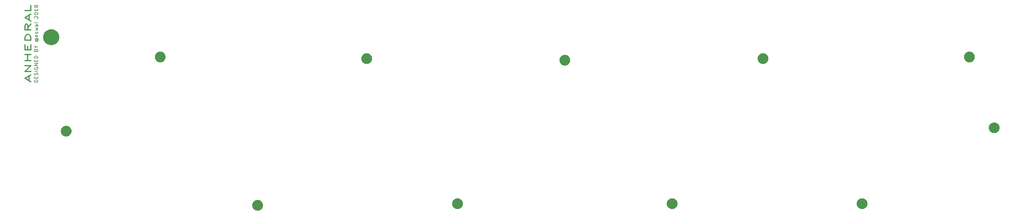
<source format=gts>
G04 #@! TF.GenerationSoftware,KiCad,Pcbnew,(6.0.0-rc1-dev-1215-g431bdc7a3)*
G04 #@! TF.CreationDate,2018-12-02T19:35:57+01:00*
G04 #@! TF.ProjectId,wave,77617665-2e6b-4696-9361-645f70636258,rev?*
G04 #@! TF.SameCoordinates,Original*
G04 #@! TF.FileFunction,Soldermask,Top*
G04 #@! TF.FilePolarity,Negative*
%FSLAX46Y46*%
G04 Gerber Fmt 4.6, Leading zero omitted, Abs format (unit mm)*
G04 Created by KiCad (PCBNEW (6.0.0-rc1-dev-1215-g431bdc7a3)) date 2018 December 02, Sunday 19:35:57*
%MOMM*%
%LPD*%
G01*
G04 APERTURE LIST*
%ADD10C,0.150000*%
%ADD11C,0.300000*%
%ADD12C,0.100000*%
G04 APERTURE END LIST*
D10*
X1247440Y53245548D02*
X247440Y53245548D01*
X247440Y53507453D01*
X295059Y53664596D01*
X390298Y53769358D01*
X485536Y53821739D01*
X676012Y53874120D01*
X818869Y53874120D01*
X1009345Y53821739D01*
X1104583Y53769358D01*
X1199821Y53664596D01*
X1247440Y53507453D01*
X1247440Y53245548D01*
X723631Y54345548D02*
X723631Y54712215D01*
X1247440Y54869358D02*
X1247440Y54345548D01*
X247440Y54345548D01*
X247440Y54869358D01*
X1199821Y55288405D02*
X1247440Y55445548D01*
X1247440Y55707453D01*
X1199821Y55812215D01*
X1152202Y55864596D01*
X1056964Y55916977D01*
X961726Y55916977D01*
X866488Y55864596D01*
X818869Y55812215D01*
X771250Y55707453D01*
X723631Y55497929D01*
X676012Y55393167D01*
X628393Y55340786D01*
X533155Y55288405D01*
X437917Y55288405D01*
X342679Y55340786D01*
X295059Y55393167D01*
X247440Y55497929D01*
X247440Y55759834D01*
X295059Y55916977D01*
X1247440Y56388405D02*
X247440Y56388405D01*
X295059Y57488405D02*
X247440Y57383643D01*
X247440Y57226500D01*
X295059Y57069358D01*
X390298Y56964596D01*
X485536Y56912215D01*
X676012Y56859834D01*
X818869Y56859834D01*
X1009345Y56912215D01*
X1104583Y56964596D01*
X1199821Y57069358D01*
X1247440Y57226500D01*
X1247440Y57331262D01*
X1199821Y57488405D01*
X1152202Y57540786D01*
X818869Y57540786D01*
X818869Y57331262D01*
X1247440Y58012215D02*
X247440Y58012215D01*
X1247440Y58640786D01*
X247440Y58640786D01*
X723631Y59164596D02*
X723631Y59531262D01*
X1247440Y59688405D02*
X1247440Y59164596D01*
X247440Y59164596D01*
X247440Y59688405D01*
X1247440Y60159834D02*
X247440Y60159834D01*
X247440Y60421739D01*
X295059Y60578881D01*
X390298Y60683643D01*
X485536Y60736024D01*
X676012Y60788405D01*
X818869Y60788405D01*
X1009345Y60736024D01*
X1104583Y60683643D01*
X1199821Y60578881D01*
X1247440Y60421739D01*
X1247440Y60159834D01*
X723631Y62464596D02*
X771250Y62621739D01*
X818869Y62674120D01*
X914107Y62726500D01*
X1056964Y62726500D01*
X1152202Y62674120D01*
X1199821Y62621739D01*
X1247440Y62516977D01*
X1247440Y62097929D01*
X247440Y62097929D01*
X247440Y62464596D01*
X295059Y62569358D01*
X342679Y62621739D01*
X437917Y62674120D01*
X533155Y62674120D01*
X628393Y62621739D01*
X676012Y62569358D01*
X723631Y62464596D01*
X723631Y62097929D01*
X771250Y63407453D02*
X1247440Y63407453D01*
X247440Y63040786D02*
X771250Y63407453D01*
X247440Y63774120D01*
X771250Y65659834D02*
X723631Y65607453D01*
X676012Y65502691D01*
X676012Y65397929D01*
X723631Y65293167D01*
X771250Y65240786D01*
X866488Y65188405D01*
X961726Y65188405D01*
X1056964Y65240786D01*
X1104583Y65293167D01*
X1152202Y65397929D01*
X1152202Y65502691D01*
X1104583Y65607453D01*
X1056964Y65659834D01*
X676012Y65659834D02*
X1056964Y65659834D01*
X1104583Y65712215D01*
X1104583Y65764596D01*
X1056964Y65869358D01*
X961726Y65921739D01*
X723631Y65921739D01*
X580774Y65816977D01*
X485536Y65659834D01*
X437917Y65450310D01*
X485536Y65240786D01*
X580774Y65083643D01*
X723631Y64978881D01*
X914107Y64926500D01*
X1104583Y64978881D01*
X1247440Y65083643D01*
X1342679Y65240786D01*
X1390298Y65450310D01*
X1342679Y65659834D01*
X1247440Y65816977D01*
X1199821Y66812215D02*
X1247440Y66707453D01*
X1247440Y66497929D01*
X1199821Y66393167D01*
X1104583Y66340786D01*
X723631Y66340786D01*
X628393Y66393167D01*
X580774Y66497929D01*
X580774Y66707453D01*
X628393Y66812215D01*
X723631Y66864596D01*
X818869Y66864596D01*
X914107Y66340786D01*
X1199821Y67283643D02*
X1247440Y67388405D01*
X1247440Y67597929D01*
X1199821Y67702691D01*
X1104583Y67755072D01*
X1056964Y67755072D01*
X961726Y67702691D01*
X914107Y67597929D01*
X914107Y67440786D01*
X866488Y67336024D01*
X771250Y67283643D01*
X723631Y67283643D01*
X628393Y67336024D01*
X580774Y67440786D01*
X580774Y67597929D01*
X628393Y67702691D01*
X580774Y68121739D02*
X1247440Y68331262D01*
X771250Y68540786D01*
X1247440Y68750310D01*
X580774Y68959834D01*
X1247440Y69850310D02*
X723631Y69850310D01*
X628393Y69797929D01*
X580774Y69693167D01*
X580774Y69483643D01*
X628393Y69378881D01*
X1199821Y69850310D02*
X1247440Y69745548D01*
X1247440Y69483643D01*
X1199821Y69378881D01*
X1104583Y69326500D01*
X1009345Y69326500D01*
X914107Y69378881D01*
X866488Y69483643D01*
X866488Y69745548D01*
X818869Y69850310D01*
X1247440Y70374120D02*
X580774Y70374120D01*
X247440Y70374120D02*
X295060Y70321739D01*
X342679Y70374120D01*
X295060Y70426500D01*
X247440Y70374120D01*
X342679Y70374120D01*
X342679Y71683643D02*
X295060Y71736024D01*
X247440Y71840786D01*
X247440Y72102691D01*
X295060Y72207453D01*
X342679Y72259834D01*
X437917Y72312215D01*
X533155Y72312215D01*
X676012Y72259834D01*
X1247440Y71631262D01*
X1247440Y72312215D01*
X247440Y72993167D02*
X247440Y73097929D01*
X295060Y73202691D01*
X342679Y73255072D01*
X437917Y73307453D01*
X628393Y73359834D01*
X866488Y73359834D01*
X1056964Y73307453D01*
X1152202Y73255072D01*
X1199821Y73202691D01*
X1247440Y73097929D01*
X1247440Y72993167D01*
X1199821Y72888405D01*
X1152202Y72836024D01*
X1056964Y72783643D01*
X866488Y72731262D01*
X628393Y72731262D01*
X437917Y72783643D01*
X342679Y72836024D01*
X295060Y72888405D01*
X247440Y72993167D01*
X1247440Y74407453D02*
X1247440Y73778881D01*
X1247440Y74093167D02*
X247440Y74093167D01*
X390298Y73988405D01*
X485536Y73883643D01*
X533155Y73778881D01*
X676012Y75036024D02*
X628393Y74931262D01*
X580774Y74878881D01*
X485536Y74826500D01*
X437917Y74826500D01*
X342679Y74878881D01*
X295060Y74931262D01*
X247440Y75036024D01*
X247440Y75245548D01*
X295060Y75350310D01*
X342679Y75402691D01*
X437917Y75455072D01*
X485536Y75455072D01*
X580774Y75402691D01*
X628393Y75350310D01*
X676012Y75245548D01*
X676012Y75036024D01*
X723631Y74931262D01*
X771250Y74878881D01*
X866488Y74826500D01*
X1056964Y74826500D01*
X1152202Y74878881D01*
X1199821Y74931262D01*
X1247440Y75036024D01*
X1247440Y75245548D01*
X1199821Y75350310D01*
X1152202Y75402691D01*
X1056964Y75455072D01*
X866488Y75455072D01*
X771250Y75402691D01*
X723631Y75350310D01*
X676012Y75245548D01*
D11*
X-1302856Y53609834D02*
X-1302856Y55038405D01*
X-817142Y53324120D02*
X-2517142Y54324120D01*
X-817142Y55324120D01*
X-817142Y56324120D02*
X-2517142Y56324120D01*
X-817142Y58038405D01*
X-2517142Y58038405D01*
X-817142Y59466977D02*
X-2517142Y59466977D01*
X-1707618Y59466977D02*
X-1707618Y61181262D01*
X-817142Y61181262D02*
X-2517142Y61181262D01*
X-1707618Y62609834D02*
X-1707618Y63609834D01*
X-817142Y64038405D02*
X-817142Y62609834D01*
X-2517142Y62609834D01*
X-2517142Y64038405D01*
X-817142Y65324120D02*
X-2517142Y65324120D01*
X-2517142Y66038405D01*
X-2436190Y66466977D01*
X-2274285Y66752691D01*
X-2112380Y66895548D01*
X-1788570Y67038405D01*
X-1545713Y67038405D01*
X-1221904Y66895548D01*
X-1059999Y66752691D01*
X-898094Y66466977D01*
X-817142Y66038405D01*
X-817142Y65324120D01*
X-817142Y70038405D02*
X-1626666Y69038405D01*
X-817142Y68324120D02*
X-2517142Y68324120D01*
X-2517142Y69466977D01*
X-2436189Y69752691D01*
X-2355237Y69895548D01*
X-2193332Y70038405D01*
X-1950475Y70038405D01*
X-1788570Y69895548D01*
X-1707618Y69752691D01*
X-1626666Y69466977D01*
X-1626666Y68324120D01*
X-1302856Y71181262D02*
X-1302856Y72609834D01*
X-817142Y70895548D02*
X-2517142Y71895548D01*
X-817142Y72895548D01*
X-817142Y75324120D02*
X-817142Y73895548D01*
X-2517142Y73895548D01*
D12*
G36*
X64965087Y19162884D02*
X65064970Y19143016D01*
X65347234Y19026099D01*
X65601265Y18856361D01*
X65817301Y18640325D01*
X65987039Y18386294D01*
X66103956Y18104030D01*
X66163560Y17804380D01*
X66163560Y17498860D01*
X66103956Y17199210D01*
X65987039Y16916946D01*
X65817301Y16662915D01*
X65601265Y16446879D01*
X65347234Y16277141D01*
X65064970Y16160224D01*
X64965087Y16140356D01*
X64765322Y16100620D01*
X64459798Y16100620D01*
X64260033Y16140356D01*
X64160150Y16160224D01*
X63877886Y16277141D01*
X63623855Y16446879D01*
X63407819Y16662915D01*
X63238081Y16916946D01*
X63121164Y17199210D01*
X63061560Y17498860D01*
X63061560Y17804380D01*
X63121164Y18104030D01*
X63238081Y18386294D01*
X63407819Y18640325D01*
X63623855Y18856361D01*
X63877886Y19026099D01*
X64160150Y19143016D01*
X64260033Y19162884D01*
X64459798Y19202620D01*
X64765322Y19202620D01*
X64965087Y19162884D01*
X64965087Y19162884D01*
G37*
G36*
X239272587Y19639134D02*
X239372470Y19619266D01*
X239654734Y19502349D01*
X239908765Y19332611D01*
X240124801Y19116575D01*
X240294539Y18862544D01*
X240411456Y18580280D01*
X240471060Y18280630D01*
X240471060Y17975110D01*
X240411456Y17675460D01*
X240294539Y17393196D01*
X240124801Y17139165D01*
X239908765Y16923129D01*
X239654734Y16753391D01*
X239372470Y16636474D01*
X239272587Y16616606D01*
X239072822Y16576870D01*
X238767298Y16576870D01*
X238567533Y16616606D01*
X238467650Y16636474D01*
X238185386Y16753391D01*
X237931355Y16923129D01*
X237715319Y17139165D01*
X237545581Y17393196D01*
X237428664Y17675460D01*
X237369060Y17975110D01*
X237369060Y18280630D01*
X237428664Y18580280D01*
X237545581Y18862544D01*
X237715319Y19116575D01*
X237931355Y19332611D01*
X238185386Y19502349D01*
X238467650Y19619266D01*
X238567533Y19639134D01*
X238767298Y19678870D01*
X239072822Y19678870D01*
X239272587Y19639134D01*
X239272587Y19639134D01*
G37*
G36*
X184503837Y19639134D02*
X184603720Y19619266D01*
X184885984Y19502349D01*
X185140015Y19332611D01*
X185356051Y19116575D01*
X185525789Y18862544D01*
X185642706Y18580280D01*
X185702310Y18280630D01*
X185702310Y17975110D01*
X185642706Y17675460D01*
X185525789Y17393196D01*
X185356051Y17139165D01*
X185140015Y16923129D01*
X184885984Y16753391D01*
X184603720Y16636474D01*
X184503837Y16616606D01*
X184304072Y16576870D01*
X183998548Y16576870D01*
X183798783Y16616606D01*
X183698900Y16636474D01*
X183416636Y16753391D01*
X183162605Y16923129D01*
X182946569Y17139165D01*
X182776831Y17393196D01*
X182659914Y17675460D01*
X182600310Y17975110D01*
X182600310Y18280630D01*
X182659914Y18580280D01*
X182776831Y18862544D01*
X182946569Y19116575D01*
X183162605Y19332611D01*
X183416636Y19502349D01*
X183698900Y19619266D01*
X183798783Y19639134D01*
X183998548Y19678870D01*
X184304072Y19678870D01*
X184503837Y19639134D01*
X184503837Y19639134D01*
G37*
G36*
X122591337Y19639134D02*
X122691220Y19619266D01*
X122973484Y19502349D01*
X123227515Y19332611D01*
X123443551Y19116575D01*
X123613289Y18862544D01*
X123730206Y18580280D01*
X123789810Y18280630D01*
X123789810Y17975110D01*
X123730206Y17675460D01*
X123613289Y17393196D01*
X123443551Y17139165D01*
X123227515Y16923129D01*
X122973484Y16753391D01*
X122691220Y16636474D01*
X122591337Y16616606D01*
X122391572Y16576870D01*
X122086048Y16576870D01*
X121886283Y16616606D01*
X121786400Y16636474D01*
X121504136Y16753391D01*
X121250105Y16923129D01*
X121034069Y17139165D01*
X120864331Y17393196D01*
X120747414Y17675460D01*
X120687810Y17975110D01*
X120687810Y18280630D01*
X120747414Y18580280D01*
X120864331Y18862544D01*
X121034069Y19116575D01*
X121250105Y19332611D01*
X121504136Y19502349D01*
X121786400Y19619266D01*
X121886283Y19639134D01*
X122086048Y19678870D01*
X122391572Y19678870D01*
X122591337Y19639134D01*
X122591337Y19639134D01*
G37*
G36*
X9720087Y40594134D02*
X9819970Y40574266D01*
X10102234Y40457349D01*
X10356265Y40287611D01*
X10572301Y40071575D01*
X10742039Y39817544D01*
X10858956Y39535280D01*
X10918560Y39235630D01*
X10918560Y38930110D01*
X10858956Y38630460D01*
X10742039Y38348196D01*
X10572301Y38094165D01*
X10356265Y37878129D01*
X10102234Y37708391D01*
X9819970Y37591474D01*
X9720087Y37571606D01*
X9520322Y37531870D01*
X9214798Y37531870D01*
X9015033Y37571606D01*
X8915150Y37591474D01*
X8632886Y37708391D01*
X8378855Y37878129D01*
X8162819Y38094165D01*
X7993081Y38348196D01*
X7876164Y38630460D01*
X7816560Y38930110D01*
X7816560Y39235630D01*
X7876164Y39535280D01*
X7993081Y39817544D01*
X8162819Y40071575D01*
X8378855Y40287611D01*
X8632886Y40457349D01*
X8915150Y40574266D01*
X9015033Y40594134D01*
X9214798Y40633870D01*
X9520322Y40633870D01*
X9720087Y40594134D01*
X9720087Y40594134D01*
G37*
G36*
X277372587Y41546634D02*
X277472470Y41526766D01*
X277754734Y41409849D01*
X278008765Y41240111D01*
X278224801Y41024075D01*
X278394539Y40770044D01*
X278511456Y40487780D01*
X278571060Y40188130D01*
X278571060Y39882610D01*
X278511456Y39582960D01*
X278394539Y39300696D01*
X278224801Y39046665D01*
X278008765Y38830629D01*
X277754734Y38660891D01*
X277472470Y38543974D01*
X277372587Y38524106D01*
X277172822Y38484370D01*
X276867298Y38484370D01*
X276667533Y38524106D01*
X276567650Y38543974D01*
X276285386Y38660891D01*
X276031355Y38830629D01*
X275815319Y39046665D01*
X275645581Y39300696D01*
X275528664Y39582960D01*
X275469060Y39882610D01*
X275469060Y40188130D01*
X275528664Y40487780D01*
X275645581Y40770044D01*
X275815319Y41024075D01*
X276031355Y41240111D01*
X276285386Y41409849D01*
X276567650Y41526766D01*
X276667533Y41546634D01*
X276867298Y41586370D01*
X277172822Y41586370D01*
X277372587Y41546634D01*
X277372587Y41546634D01*
G37*
G36*
X153547587Y61072884D02*
X153647470Y61053016D01*
X153929734Y60936099D01*
X154183765Y60766361D01*
X154399801Y60550325D01*
X154569539Y60296294D01*
X154686456Y60014030D01*
X154746060Y59714380D01*
X154746060Y59408860D01*
X154686456Y59109210D01*
X154569539Y58826946D01*
X154399801Y58572915D01*
X154183765Y58356879D01*
X153929734Y58187141D01*
X153647470Y58070224D01*
X153547587Y58050356D01*
X153347822Y58010620D01*
X153042298Y58010620D01*
X152842533Y58050356D01*
X152742650Y58070224D01*
X152460386Y58187141D01*
X152206355Y58356879D01*
X151990319Y58572915D01*
X151820581Y58826946D01*
X151703664Y59109210D01*
X151644060Y59408860D01*
X151644060Y59714380D01*
X151703664Y60014030D01*
X151820581Y60296294D01*
X151990319Y60550325D01*
X152206355Y60766361D01*
X152460386Y60936099D01*
X152742650Y61053016D01*
X152842533Y61072884D01*
X153042298Y61112620D01*
X153347822Y61112620D01*
X153547587Y61072884D01*
X153547587Y61072884D01*
G37*
G36*
X210697587Y61549134D02*
X210797470Y61529266D01*
X211079734Y61412349D01*
X211333765Y61242611D01*
X211549801Y61026575D01*
X211719539Y60772544D01*
X211836456Y60490280D01*
X211896060Y60190630D01*
X211896060Y59885110D01*
X211836456Y59585460D01*
X211719539Y59303196D01*
X211549801Y59049165D01*
X211333765Y58833129D01*
X211079734Y58663391D01*
X210797470Y58546474D01*
X210697587Y58526606D01*
X210497822Y58486870D01*
X210192298Y58486870D01*
X209992533Y58526606D01*
X209892650Y58546474D01*
X209610386Y58663391D01*
X209356355Y58833129D01*
X209140319Y59049165D01*
X208970581Y59303196D01*
X208853664Y59585460D01*
X208794060Y59885110D01*
X208794060Y60190630D01*
X208853664Y60490280D01*
X208970581Y60772544D01*
X209140319Y61026575D01*
X209356355Y61242611D01*
X209610386Y61412349D01*
X209892650Y61529266D01*
X209992533Y61549134D01*
X210192298Y61588870D01*
X210497822Y61588870D01*
X210697587Y61549134D01*
X210697587Y61549134D01*
G37*
G36*
X96397587Y61549134D02*
X96497470Y61529266D01*
X96779734Y61412349D01*
X97033765Y61242611D01*
X97249801Y61026575D01*
X97419539Y60772544D01*
X97536456Y60490280D01*
X97596060Y60190630D01*
X97596060Y59885110D01*
X97536456Y59585460D01*
X97419539Y59303196D01*
X97249801Y59049165D01*
X97033765Y58833129D01*
X96779734Y58663391D01*
X96497470Y58546474D01*
X96397587Y58526606D01*
X96197822Y58486870D01*
X95892298Y58486870D01*
X95692533Y58526606D01*
X95592650Y58546474D01*
X95310386Y58663391D01*
X95056355Y58833129D01*
X94840319Y59049165D01*
X94670581Y59303196D01*
X94553664Y59585460D01*
X94494060Y59885110D01*
X94494060Y60190630D01*
X94553664Y60490280D01*
X94670581Y60772544D01*
X94840319Y61026575D01*
X95056355Y61242611D01*
X95310386Y61412349D01*
X95592650Y61529266D01*
X95692533Y61549134D01*
X95892298Y61588870D01*
X96197822Y61588870D01*
X96397587Y61549134D01*
X96397587Y61549134D01*
G37*
G36*
X270228837Y62025384D02*
X270328720Y62005516D01*
X270610984Y61888599D01*
X270865015Y61718861D01*
X271081051Y61502825D01*
X271250789Y61248794D01*
X271367706Y60966530D01*
X271427310Y60666880D01*
X271427310Y60361360D01*
X271367706Y60061710D01*
X271250789Y59779446D01*
X271081051Y59525415D01*
X270865015Y59309379D01*
X270610984Y59139641D01*
X270328720Y59022724D01*
X270228837Y59002856D01*
X270029072Y58963120D01*
X269723548Y58963120D01*
X269523783Y59002856D01*
X269423900Y59022724D01*
X269141636Y59139641D01*
X268887605Y59309379D01*
X268671569Y59525415D01*
X268501831Y59779446D01*
X268384914Y60061710D01*
X268325310Y60361360D01*
X268325310Y60666880D01*
X268384914Y60966530D01*
X268501831Y61248794D01*
X268671569Y61502825D01*
X268887605Y61718861D01*
X269141636Y61888599D01*
X269423900Y62005516D01*
X269523783Y62025384D01*
X269723548Y62065120D01*
X270029072Y62065120D01*
X270228837Y62025384D01*
X270228837Y62025384D01*
G37*
G36*
X36866337Y62025384D02*
X36966220Y62005516D01*
X37248484Y61888599D01*
X37502515Y61718861D01*
X37718551Y61502825D01*
X37888289Y61248794D01*
X38005206Y60966530D01*
X38064810Y60666880D01*
X38064810Y60361360D01*
X38005206Y60061710D01*
X37888289Y59779446D01*
X37718551Y59525415D01*
X37502515Y59309379D01*
X37248484Y59139641D01*
X36966220Y59022724D01*
X36866337Y59002856D01*
X36666572Y58963120D01*
X36361048Y58963120D01*
X36161283Y59002856D01*
X36061400Y59022724D01*
X35779136Y59139641D01*
X35525105Y59309379D01*
X35309069Y59525415D01*
X35139331Y59779446D01*
X35022414Y60061710D01*
X34962810Y60361360D01*
X34962810Y60666880D01*
X35022414Y60966530D01*
X35139331Y61248794D01*
X35309069Y61502825D01*
X35525105Y61718861D01*
X35779136Y61888599D01*
X36061400Y62005516D01*
X36161283Y62025384D01*
X36361048Y62065120D01*
X36666572Y62065120D01*
X36866337Y62025384D01*
X36866337Y62025384D01*
G37*
G36*
X5530213Y68485907D02*
X5752487Y68441694D01*
X6171242Y68268240D01*
X6548112Y68016424D01*
X6868614Y67695922D01*
X7120430Y67319052D01*
X7293884Y66900297D01*
X7382310Y66455749D01*
X7382310Y66002491D01*
X7293884Y65557943D01*
X7120430Y65139188D01*
X6868614Y64762318D01*
X6548112Y64441816D01*
X6171242Y64190000D01*
X5752487Y64016546D01*
X5530213Y63972333D01*
X5307940Y63928120D01*
X4854680Y63928120D01*
X4632407Y63972333D01*
X4410133Y64016546D01*
X3991378Y64190000D01*
X3614508Y64441816D01*
X3294006Y64762318D01*
X3042190Y65139188D01*
X2868736Y65557943D01*
X2780310Y66002491D01*
X2780310Y66455749D01*
X2868736Y66900297D01*
X3042190Y67319052D01*
X3294006Y67695922D01*
X3614508Y68016424D01*
X3991378Y68268240D01*
X4410133Y68441694D01*
X4632407Y68485907D01*
X4854680Y68530120D01*
X5307940Y68530120D01*
X5530213Y68485907D01*
X5530213Y68485907D01*
G37*
M02*

</source>
